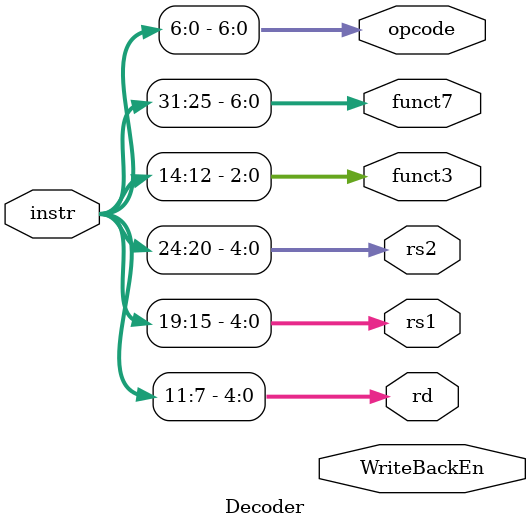
<source format=v>
`timescale 1ns / 1ps


module Decoder(
    input [31:0] instr,
    output wire [4:0]  rd,
    output wire [4:0]  rs1,
    output wire [4:0]  rs2,
    output wire [2:0] funct3,
    output wire [6:0] funct7,
    output wire [6:0] opcode,
    output wire WriteBackEn
    );
    // Decoding //
    assign opcode = instr[6:0];
    assign rd     = instr[11:7];
    assign funct3 = instr[14:12];
    assign rs1    = instr[19:15];
    assign rs2    = instr[24:20];
    assign funct7 = instr[31:25];
    
    
endmodule

</source>
